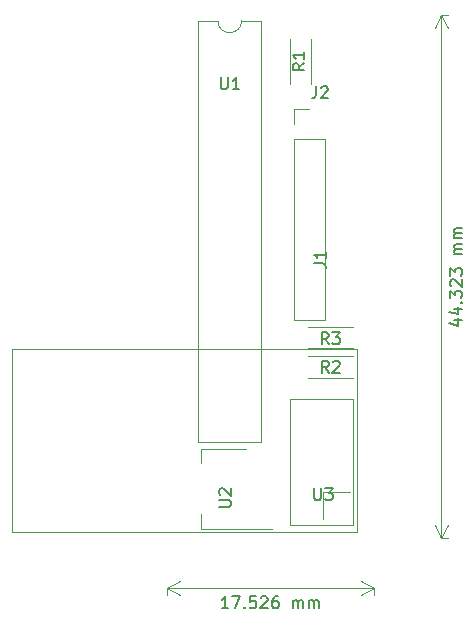
<source format=gto>
G04 #@! TF.GenerationSoftware,KiCad,Pcbnew,5.1.5*
G04 #@! TF.CreationDate,2020-02-12T19:01:32+05:30*
G04 #@! TF.ProjectId,schematics,73636865-6d61-4746-9963-732e6b696361,rev?*
G04 #@! TF.SameCoordinates,Original*
G04 #@! TF.FileFunction,Legend,Top*
G04 #@! TF.FilePolarity,Positive*
%FSLAX46Y46*%
G04 Gerber Fmt 4.6, Leading zero omitted, Abs format (unit mm)*
G04 Created by KiCad (PCBNEW 5.1.5) date 2020-02-12 19:01:32*
%MOMM*%
%LPD*%
G04 APERTURE LIST*
%ADD10C,0.150000*%
%ADD11C,0.120000*%
G04 APERTURE END LIST*
D10*
X134604571Y-124023380D02*
X134033142Y-124023380D01*
X134318857Y-124023380D02*
X134318857Y-123023380D01*
X134223619Y-123166238D01*
X134128380Y-123261476D01*
X134033142Y-123309095D01*
X134937904Y-123023380D02*
X135604571Y-123023380D01*
X135176000Y-124023380D01*
X135985523Y-123928142D02*
X136033142Y-123975761D01*
X135985523Y-124023380D01*
X135937904Y-123975761D01*
X135985523Y-123928142D01*
X135985523Y-124023380D01*
X136937904Y-123023380D02*
X136461714Y-123023380D01*
X136414095Y-123499571D01*
X136461714Y-123451952D01*
X136556952Y-123404333D01*
X136795047Y-123404333D01*
X136890285Y-123451952D01*
X136937904Y-123499571D01*
X136985523Y-123594809D01*
X136985523Y-123832904D01*
X136937904Y-123928142D01*
X136890285Y-123975761D01*
X136795047Y-124023380D01*
X136556952Y-124023380D01*
X136461714Y-123975761D01*
X136414095Y-123928142D01*
X137366476Y-123118619D02*
X137414095Y-123071000D01*
X137509333Y-123023380D01*
X137747428Y-123023380D01*
X137842666Y-123071000D01*
X137890285Y-123118619D01*
X137937904Y-123213857D01*
X137937904Y-123309095D01*
X137890285Y-123451952D01*
X137318857Y-124023380D01*
X137937904Y-124023380D01*
X138795047Y-123023380D02*
X138604571Y-123023380D01*
X138509333Y-123071000D01*
X138461714Y-123118619D01*
X138366476Y-123261476D01*
X138318857Y-123451952D01*
X138318857Y-123832904D01*
X138366476Y-123928142D01*
X138414095Y-123975761D01*
X138509333Y-124023380D01*
X138699809Y-124023380D01*
X138795047Y-123975761D01*
X138842666Y-123928142D01*
X138890285Y-123832904D01*
X138890285Y-123594809D01*
X138842666Y-123499571D01*
X138795047Y-123451952D01*
X138699809Y-123404333D01*
X138509333Y-123404333D01*
X138414095Y-123451952D01*
X138366476Y-123499571D01*
X138318857Y-123594809D01*
X140080761Y-124023380D02*
X140080761Y-123356714D01*
X140080761Y-123451952D02*
X140128380Y-123404333D01*
X140223619Y-123356714D01*
X140366476Y-123356714D01*
X140461714Y-123404333D01*
X140509333Y-123499571D01*
X140509333Y-124023380D01*
X140509333Y-123499571D02*
X140556952Y-123404333D01*
X140652190Y-123356714D01*
X140795047Y-123356714D01*
X140890285Y-123404333D01*
X140937904Y-123499571D01*
X140937904Y-124023380D01*
X141414095Y-124023380D02*
X141414095Y-123356714D01*
X141414095Y-123451952D02*
X141461714Y-123404333D01*
X141556952Y-123356714D01*
X141699809Y-123356714D01*
X141795047Y-123404333D01*
X141842666Y-123499571D01*
X141842666Y-124023380D01*
X141842666Y-123499571D02*
X141890285Y-123404333D01*
X141985523Y-123356714D01*
X142128380Y-123356714D01*
X142223619Y-123404333D01*
X142271238Y-123499571D01*
X142271238Y-124023380D01*
D11*
X129413000Y-122301000D02*
X146939000Y-122301000D01*
X129413000Y-122301000D02*
X129413000Y-122887421D01*
X146939000Y-122301000D02*
X146939000Y-122887421D01*
X146939000Y-122301000D02*
X145812496Y-122887421D01*
X146939000Y-122301000D02*
X145812496Y-121714579D01*
X129413000Y-122301000D02*
X130539504Y-122887421D01*
X129413000Y-122301000D02*
X130539504Y-121714579D01*
D10*
X153709714Y-99615166D02*
X154376380Y-99615166D01*
X153328761Y-99853261D02*
X154043047Y-100091357D01*
X154043047Y-99472309D01*
X153709714Y-98662785D02*
X154376380Y-98662785D01*
X153328761Y-98900880D02*
X154043047Y-99138976D01*
X154043047Y-98519928D01*
X154281142Y-98138976D02*
X154328761Y-98091357D01*
X154376380Y-98138976D01*
X154328761Y-98186595D01*
X154281142Y-98138976D01*
X154376380Y-98138976D01*
X153376380Y-97758023D02*
X153376380Y-97138976D01*
X153757333Y-97472309D01*
X153757333Y-97329452D01*
X153804952Y-97234214D01*
X153852571Y-97186595D01*
X153947809Y-97138976D01*
X154185904Y-97138976D01*
X154281142Y-97186595D01*
X154328761Y-97234214D01*
X154376380Y-97329452D01*
X154376380Y-97615166D01*
X154328761Y-97710404D01*
X154281142Y-97758023D01*
X153471619Y-96758023D02*
X153424000Y-96710404D01*
X153376380Y-96615166D01*
X153376380Y-96377071D01*
X153424000Y-96281833D01*
X153471619Y-96234214D01*
X153566857Y-96186595D01*
X153662095Y-96186595D01*
X153804952Y-96234214D01*
X154376380Y-96805642D01*
X154376380Y-96186595D01*
X153376380Y-95853261D02*
X153376380Y-95234214D01*
X153757333Y-95567547D01*
X153757333Y-95424690D01*
X153804952Y-95329452D01*
X153852571Y-95281833D01*
X153947809Y-95234214D01*
X154185904Y-95234214D01*
X154281142Y-95281833D01*
X154328761Y-95329452D01*
X154376380Y-95424690D01*
X154376380Y-95710404D01*
X154328761Y-95805642D01*
X154281142Y-95853261D01*
X154376380Y-94043738D02*
X153709714Y-94043738D01*
X153804952Y-94043738D02*
X153757333Y-93996119D01*
X153709714Y-93900880D01*
X153709714Y-93758023D01*
X153757333Y-93662785D01*
X153852571Y-93615166D01*
X154376380Y-93615166D01*
X153852571Y-93615166D02*
X153757333Y-93567547D01*
X153709714Y-93472309D01*
X153709714Y-93329452D01*
X153757333Y-93234214D01*
X153852571Y-93186595D01*
X154376380Y-93186595D01*
X154376380Y-92710404D02*
X153709714Y-92710404D01*
X153804952Y-92710404D02*
X153757333Y-92662785D01*
X153709714Y-92567547D01*
X153709714Y-92424690D01*
X153757333Y-92329452D01*
X153852571Y-92281833D01*
X154376380Y-92281833D01*
X153852571Y-92281833D02*
X153757333Y-92234214D01*
X153709714Y-92138976D01*
X153709714Y-91996119D01*
X153757333Y-91900880D01*
X153852571Y-91853261D01*
X154376380Y-91853261D01*
D11*
X152654000Y-118110000D02*
X152654000Y-73787000D01*
X152654000Y-118110000D02*
X153240421Y-118110000D01*
X152654000Y-73787000D02*
X153240421Y-73787000D01*
X152654000Y-73787000D02*
X153240421Y-74913504D01*
X152654000Y-73787000D02*
X152067579Y-74913504D01*
X152654000Y-118110000D02*
X153240421Y-116983496D01*
X152654000Y-118110000D02*
X152067579Y-116983496D01*
X140148000Y-99628000D02*
X142808000Y-99628000D01*
X140148000Y-84328000D02*
X140148000Y-99628000D01*
X142808000Y-84328000D02*
X142808000Y-99628000D01*
X140148000Y-84328000D02*
X142808000Y-84328000D01*
X140148000Y-83058000D02*
X140148000Y-81728000D01*
X140148000Y-81728000D02*
X141478000Y-81728000D01*
X139796000Y-79644000D02*
X139796000Y-75804000D01*
X141636000Y-79644000D02*
X141636000Y-75804000D01*
X145176000Y-102012000D02*
X141336000Y-102012000D01*
X145176000Y-100172000D02*
X141336000Y-100172000D01*
X141336000Y-104490001D02*
X145176000Y-104490001D01*
X141336000Y-102650001D02*
X145176000Y-102650001D01*
X135729001Y-74286001D02*
G75*
G02X133729001Y-74286001I-1000000J0D01*
G01*
X133729001Y-74286001D02*
X132079001Y-74286001D01*
X132079001Y-74286001D02*
X132079001Y-109966001D01*
X132079001Y-109966001D02*
X137379001Y-109966001D01*
X137379001Y-109966001D02*
X137379001Y-74286001D01*
X137379001Y-74286001D02*
X135729001Y-74286001D01*
X132329000Y-110509000D02*
X132329000Y-111769000D01*
X132329000Y-117329000D02*
X132329000Y-116069000D01*
X136089000Y-110509000D02*
X132329000Y-110509000D01*
X138339000Y-117329000D02*
X132329000Y-117329000D01*
X145161000Y-116967000D02*
X139827000Y-116967000D01*
X139827000Y-116967000D02*
X139827000Y-106299000D01*
X139827000Y-106299000D02*
X145161000Y-106299000D01*
X145161000Y-106299000D02*
X145161000Y-106299000D01*
X142621000Y-116459000D02*
X142621000Y-114173000D01*
X142621000Y-114173000D02*
X144907000Y-114173000D01*
X144907000Y-114173000D02*
X144907000Y-114173000D01*
X145491000Y-117543000D02*
X116291000Y-117543000D01*
X116291000Y-117543000D02*
X116291000Y-102093000D01*
X116291000Y-102093000D02*
X145491000Y-102093000D01*
X145491000Y-102093000D02*
X145491000Y-117543000D01*
X145491000Y-117543000D02*
X145491000Y-117543000D01*
X145161000Y-106299000D02*
X145161000Y-116967000D01*
X145161000Y-116967000D02*
X145161000Y-116967000D01*
D10*
X141859380Y-94821333D02*
X142573666Y-94821333D01*
X142716523Y-94868952D01*
X142811761Y-94964190D01*
X142859380Y-95107047D01*
X142859380Y-95202285D01*
X142859380Y-93821333D02*
X142859380Y-94392761D01*
X142859380Y-94107047D02*
X141859380Y-94107047D01*
X142002238Y-94202285D01*
X142097476Y-94297523D01*
X142145095Y-94392761D01*
X142033666Y-79843380D02*
X142033666Y-80557666D01*
X141986047Y-80700523D01*
X141890809Y-80795761D01*
X141747952Y-80843380D01*
X141652714Y-80843380D01*
X142462238Y-79938619D02*
X142509857Y-79891000D01*
X142605095Y-79843380D01*
X142843190Y-79843380D01*
X142938428Y-79891000D01*
X142986047Y-79938619D01*
X143033666Y-80033857D01*
X143033666Y-80129095D01*
X142986047Y-80271952D01*
X142414619Y-80843380D01*
X143033666Y-80843380D01*
X141041380Y-77890666D02*
X140565190Y-78224000D01*
X141041380Y-78462095D02*
X140041380Y-78462095D01*
X140041380Y-78081142D01*
X140089000Y-77985904D01*
X140136619Y-77938285D01*
X140231857Y-77890666D01*
X140374714Y-77890666D01*
X140469952Y-77938285D01*
X140517571Y-77985904D01*
X140565190Y-78081142D01*
X140565190Y-78462095D01*
X141041380Y-76938285D02*
X141041380Y-77509714D01*
X141041380Y-77224000D02*
X140041380Y-77224000D01*
X140184238Y-77319238D01*
X140279476Y-77414476D01*
X140327095Y-77509714D01*
X143089333Y-104084380D02*
X142756000Y-103608190D01*
X142517904Y-104084380D02*
X142517904Y-103084380D01*
X142898857Y-103084380D01*
X142994095Y-103132000D01*
X143041714Y-103179619D01*
X143089333Y-103274857D01*
X143089333Y-103417714D01*
X143041714Y-103512952D01*
X142994095Y-103560571D01*
X142898857Y-103608190D01*
X142517904Y-103608190D01*
X143470285Y-103179619D02*
X143517904Y-103132000D01*
X143613142Y-103084380D01*
X143851238Y-103084380D01*
X143946476Y-103132000D01*
X143994095Y-103179619D01*
X144041714Y-103274857D01*
X144041714Y-103370095D01*
X143994095Y-103512952D01*
X143422666Y-104084380D01*
X144041714Y-104084380D01*
X143089333Y-101671380D02*
X142756000Y-101195190D01*
X142517904Y-101671380D02*
X142517904Y-100671380D01*
X142898857Y-100671380D01*
X142994095Y-100719000D01*
X143041714Y-100766619D01*
X143089333Y-100861857D01*
X143089333Y-101004714D01*
X143041714Y-101099952D01*
X142994095Y-101147571D01*
X142898857Y-101195190D01*
X142517904Y-101195190D01*
X143422666Y-100671380D02*
X144041714Y-100671380D01*
X143708380Y-101052333D01*
X143851238Y-101052333D01*
X143946476Y-101099952D01*
X143994095Y-101147571D01*
X144041714Y-101242809D01*
X144041714Y-101480904D01*
X143994095Y-101576142D01*
X143946476Y-101623761D01*
X143851238Y-101671380D01*
X143565523Y-101671380D01*
X143470285Y-101623761D01*
X143422666Y-101576142D01*
X133967096Y-79081380D02*
X133967096Y-79890904D01*
X134014715Y-79986142D01*
X134062334Y-80033761D01*
X134157572Y-80081380D01*
X134348048Y-80081380D01*
X134443286Y-80033761D01*
X134490905Y-79986142D01*
X134538524Y-79890904D01*
X134538524Y-79081380D01*
X135538524Y-80081380D02*
X134967096Y-80081380D01*
X135252810Y-80081380D02*
X135252810Y-79081380D01*
X135157572Y-79224238D01*
X135062334Y-79319476D01*
X134967096Y-79367095D01*
X133818380Y-115442904D02*
X134627904Y-115442904D01*
X134723142Y-115395285D01*
X134770761Y-115347666D01*
X134818380Y-115252428D01*
X134818380Y-115061952D01*
X134770761Y-114966714D01*
X134723142Y-114919095D01*
X134627904Y-114871476D01*
X133818380Y-114871476D01*
X133913619Y-114442904D02*
X133866000Y-114395285D01*
X133818380Y-114300047D01*
X133818380Y-114061952D01*
X133866000Y-113966714D01*
X133913619Y-113919095D01*
X134008857Y-113871476D01*
X134104095Y-113871476D01*
X134246952Y-113919095D01*
X134818380Y-114490523D01*
X134818380Y-113871476D01*
X141859095Y-113879380D02*
X141859095Y-114688904D01*
X141906714Y-114784142D01*
X141954333Y-114831761D01*
X142049571Y-114879380D01*
X142240047Y-114879380D01*
X142335285Y-114831761D01*
X142382904Y-114784142D01*
X142430523Y-114688904D01*
X142430523Y-113879380D01*
X142811476Y-113879380D02*
X143430523Y-113879380D01*
X143097190Y-114260333D01*
X143240047Y-114260333D01*
X143335285Y-114307952D01*
X143382904Y-114355571D01*
X143430523Y-114450809D01*
X143430523Y-114688904D01*
X143382904Y-114784142D01*
X143335285Y-114831761D01*
X143240047Y-114879380D01*
X142954333Y-114879380D01*
X142859095Y-114831761D01*
X142811476Y-114784142D01*
M02*

</source>
